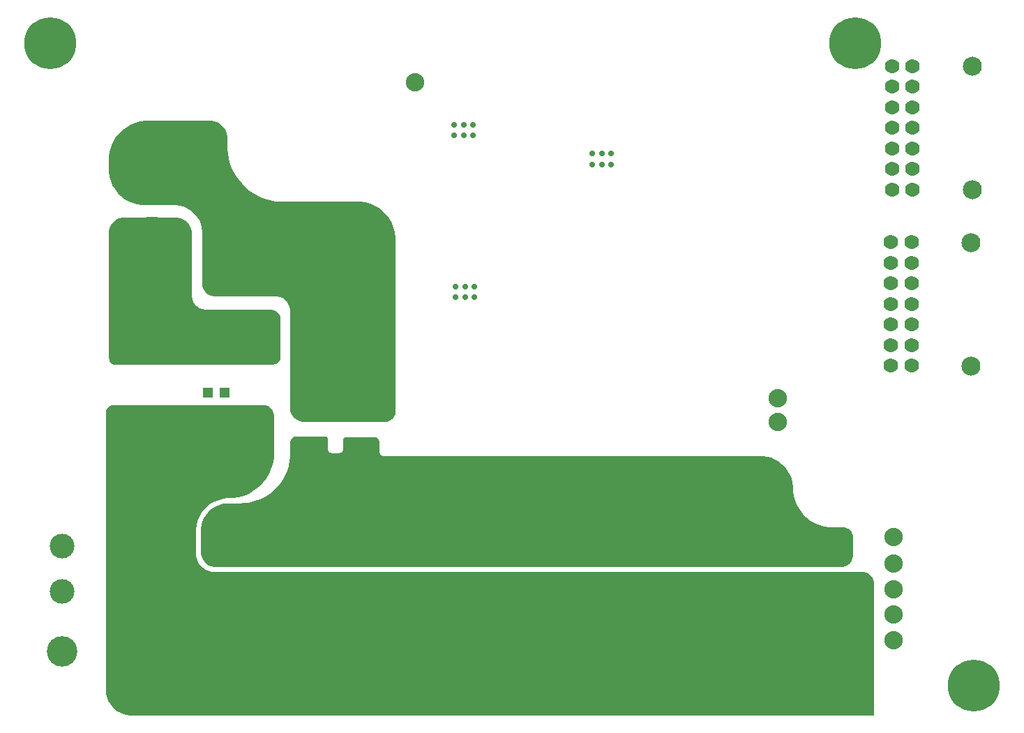
<source format=gbs>
G04*
G04 #@! TF.GenerationSoftware,Altium Limited,Altium Designer,19.1.7 (138)*
G04*
G04 Layer_Color=16711935*
%FSLAX25Y25*%
%MOIN*%
G70*
G01*
G75*
%ADD83C,0.38202*%
%ADD84C,0.14580*%
%ADD85C,0.11824*%
%ADD86C,0.08800*%
%ADD87C,0.06942*%
%ADD88C,0.09068*%
%ADD89C,0.24816*%
%ADD123R,0.04737X0.04737*%
%ADD124C,0.02800*%
G36*
X138688Y340712D02*
X140053Y340146D01*
X141281Y339326D01*
X142326Y338281D01*
X143146Y337053D01*
X143712Y335688D01*
X144000Y334239D01*
X144000Y333500D01*
X144000Y333500D01*
Y304000D01*
X144034Y303314D01*
X144301Y301968D01*
X144826Y300700D01*
X145589Y299559D01*
X146559Y298589D01*
X147700Y297827D01*
X148968Y297301D01*
X150314Y297034D01*
X151000Y297000D01*
X151000D01*
X182000Y297000D01*
X182443Y297000D01*
X183313Y296827D01*
X184132Y296488D01*
X184869Y295995D01*
X185495Y295369D01*
X185988Y294632D01*
X186327Y293813D01*
X186500Y292943D01*
X186500Y292500D01*
X186500Y292500D01*
X186500Y274403D01*
X186500Y274040D01*
X186358Y273329D01*
X186081Y272659D01*
X185678Y272056D01*
X185165Y271543D01*
X184562Y271140D01*
X183892Y270862D01*
X183180Y270720D01*
X182817Y270721D01*
X107780D01*
X107457Y270721D01*
X106823Y270847D01*
X106226Y271094D01*
X105689Y271453D01*
X105232Y271909D01*
X104873Y272447D01*
X104626Y273043D01*
X104500Y273677D01*
X104500Y274000D01*
X104500Y274000D01*
Y334000D01*
X104500Y334689D01*
X104769Y336042D01*
X105297Y337316D01*
X106063Y338462D01*
X107038Y339437D01*
X108184Y340203D01*
X109458Y340731D01*
X110810Y341000D01*
X111500Y341000D01*
X111500Y341000D01*
X136500Y341000D01*
X137239Y341000D01*
X138688Y340712D01*
D02*
G37*
G36*
X178000Y251500D02*
X178523Y251500D01*
X179550Y251296D01*
X180516Y250895D01*
X181386Y250314D01*
X182126Y249574D01*
X182708Y248704D01*
X183108Y247737D01*
X183312Y246711D01*
X183312Y246187D01*
X183312D01*
X183313Y228203D01*
X183313Y226815D01*
X182950Y224063D01*
X182232Y221382D01*
X181170Y218818D01*
X179782Y216414D01*
X178092Y214212D01*
X176129Y212249D01*
X173927Y210559D01*
X171524Y209171D01*
X168959Y208109D01*
X166278Y207391D01*
X163526Y207029D01*
X162138Y207029D01*
X162138Y207029D01*
X162138Y207029D01*
X161083Y206994D01*
X158990Y206718D01*
X156951Y206172D01*
X155000Y205364D01*
X153172Y204309D01*
X151497Y203024D01*
X150005Y201531D01*
X148720Y199856D01*
X147664Y198028D01*
X146856Y196078D01*
X146310Y194039D01*
X146035Y191946D01*
X146000Y190890D01*
X146000D01*
Y190890D01*
X146000Y190890D01*
Y180600D01*
X146044Y179711D01*
X146391Y177967D01*
X147071Y176324D01*
X148059Y174845D01*
X149317Y173588D01*
X150795Y172600D01*
X152438Y171919D01*
X154183Y171572D01*
X155072Y171529D01*
X464971Y171528D01*
X465467Y171529D01*
X466438Y171335D01*
X467353Y170956D01*
X468177Y170406D01*
X468877Y169705D01*
X469428Y168882D01*
X469807Y167967D01*
X470000Y166995D01*
X470000Y166500D01*
X470000Y166500D01*
X470000Y166500D01*
Y103029D01*
X115471Y103029D01*
X114654Y103029D01*
X113033Y103242D01*
X111454Y103665D01*
X109944Y104291D01*
X108528Y105108D01*
X107231Y106103D01*
X106075Y107259D01*
X105079Y108556D01*
X104262Y109972D01*
X103637Y111483D01*
X103213Y113062D01*
X103000Y114683D01*
X103000Y115500D01*
X103000Y115500D01*
Y247500D01*
Y247894D01*
X103154Y248667D01*
X103455Y249395D01*
X103893Y250050D01*
X104450Y250607D01*
X105105Y251045D01*
X105833Y251346D01*
X106606Y251500D01*
X107000Y251500D01*
X107000Y251500D01*
X178000Y251500D01*
D02*
G37*
G36*
X155150Y386933D02*
X156653Y386310D01*
X158006Y385406D01*
X159156Y384256D01*
X160060Y382903D01*
X160683Y381400D01*
X161000Y379804D01*
X161000Y378991D01*
X161000Y378991D01*
X161000Y375500D01*
X161032Y374177D01*
X161292Y371543D01*
X161808Y368947D01*
X162576Y366415D01*
X163589Y363969D01*
X164837Y361635D01*
X166307Y359435D01*
X167986Y357389D01*
X169858Y355518D01*
X171903Y353839D01*
X174104Y352368D01*
X176438Y351121D01*
X178883Y350108D01*
X181416Y349340D01*
X184011Y348823D01*
X186645Y348564D01*
X187969Y348532D01*
X187969D01*
X223468Y348532D01*
X224650Y348532D01*
X226994Y348223D01*
X229277Y347611D01*
X231461Y346707D01*
X233508Y345525D01*
X235383Y344086D01*
X237055Y342415D01*
X238494Y340539D01*
X239675Y338492D01*
X240580Y336309D01*
X241192Y334025D01*
X241500Y331682D01*
X241500Y330500D01*
X241500Y330500D01*
X241500Y248512D01*
X241500Y248018D01*
X241307Y247050D01*
X240930Y246138D01*
X240381Y245317D01*
X239683Y244619D01*
X238862Y244070D01*
X237950Y243692D01*
X236982Y243500D01*
X236488Y243500D01*
X197687D01*
X197029Y243500D01*
X195737Y243757D01*
X194520Y244261D01*
X193424Y244993D01*
X192493Y245924D01*
X191761Y247020D01*
X191257Y248237D01*
X191000Y249529D01*
X191000Y250187D01*
Y250187D01*
X191000Y296500D01*
X190967Y297180D01*
X190701Y298515D01*
X190181Y299772D01*
X189425Y300904D01*
X188463Y301866D01*
X187331Y302622D01*
X186074Y303142D01*
X184739Y303408D01*
X184059Y303441D01*
X184059Y303441D01*
X155234Y303441D01*
X154620Y303441D01*
X153416Y303680D01*
X152281Y304150D01*
X151260Y304833D01*
X150392Y305701D01*
X149709Y306722D01*
X149240Y307857D01*
X149000Y309061D01*
X149000Y309675D01*
Y309675D01*
X149000Y333683D01*
X148971Y334554D01*
X148744Y336281D01*
X148293Y337963D01*
X147627Y339573D01*
X146756Y341081D01*
X145695Y342463D01*
X144464Y343695D01*
X143082Y344755D01*
X141573Y345626D01*
X139964Y346293D01*
X138281Y346744D01*
X136554Y346971D01*
X135683Y347000D01*
X135683Y347000D01*
X121499Y347000D01*
X120385Y347000D01*
X118176Y347291D01*
X116023Y347868D01*
X113964Y348721D01*
X112035Y349835D01*
X110267Y351192D01*
X108691Y352768D01*
X107334Y354536D01*
X106220Y356466D01*
X105368Y358524D01*
X104791Y360677D01*
X104500Y362886D01*
Y364001D01*
X104500D01*
X104500Y368750D01*
X104500Y369963D01*
X104816Y372367D01*
X105444Y374709D01*
X106372Y376950D01*
X107585Y379050D01*
X109061Y380974D01*
X110776Y382689D01*
X112700Y384165D01*
X114800Y385378D01*
X117041Y386306D01*
X119383Y386933D01*
X121787Y387250D01*
X123000D01*
X123000Y387250D01*
X152741Y387250D01*
X153554Y387250D01*
X155150Y386933D01*
D02*
G37*
G36*
X208622Y236240D02*
X208867Y235994D01*
X209000Y235673D01*
X209000Y235500D01*
X209000Y235500D01*
Y230500D01*
X209038Y230110D01*
X209337Y229389D01*
X209889Y228837D01*
X210610Y228538D01*
X211000Y228500D01*
X211000Y228500D01*
X214500Y228500D01*
X214890Y228538D01*
X215611Y228837D01*
X216163Y229389D01*
X216461Y230110D01*
X216500Y230500D01*
X216500Y230500D01*
Y235000D01*
Y235199D01*
X216652Y235566D01*
X216933Y235847D01*
X217301Y236000D01*
X217500Y236000D01*
X217500Y236000D01*
X231500Y236000D01*
X231975Y236000D01*
X232854Y235636D01*
X233526Y234964D01*
X233890Y234085D01*
X233890Y233610D01*
X233890Y233610D01*
Y229110D01*
X233930Y228698D01*
X234245Y227938D01*
X234827Y227356D01*
X235588Y227041D01*
X236000Y227000D01*
X236000D01*
X416000Y227000D01*
X417016Y227000D01*
X419030Y226735D01*
X420993Y226209D01*
X422870Y225431D01*
X424630Y224415D01*
X426242Y223179D01*
X427678Y221742D01*
X428915Y220130D01*
X429931Y218370D01*
X430709Y216493D01*
X431235Y214530D01*
X431500Y212516D01*
X431500Y211500D01*
X431500Y211500D01*
X431540Y210290D01*
X431855Y207891D01*
X432482Y205553D01*
X433408Y203318D01*
X434618Y201222D01*
X436091Y199302D01*
X437802Y197591D01*
X439722Y196118D01*
X441818Y194908D01*
X444053Y193982D01*
X446391Y193356D01*
X448790Y193040D01*
X450000Y193000D01*
X450000D01*
X455500Y193000D01*
X455943D01*
X456813Y192827D01*
X457631Y192488D01*
X458369Y191995D01*
X458995Y191369D01*
X459488Y190631D01*
X459827Y189813D01*
X460000Y188943D01*
X460000Y188500D01*
X460000Y188500D01*
X460000Y179500D01*
Y178958D01*
X459789Y177896D01*
X459374Y176895D01*
X458772Y175994D01*
X458006Y175228D01*
X457105Y174626D01*
X456104Y174211D01*
X455042Y174000D01*
X155500D01*
X154811Y174000D01*
X153458Y174269D01*
X152184Y174797D01*
X151038Y175563D01*
X150063Y176538D01*
X149297Y177684D01*
X148769Y178958D01*
X148500Y180310D01*
X148500Y181000D01*
Y181000D01*
X148500Y191439D01*
Y192295D01*
X148723Y193993D01*
X149167Y195647D01*
X149822Y197228D01*
X150678Y198711D01*
X151720Y200069D01*
X152931Y201280D01*
X154289Y202322D01*
X155772Y203178D01*
X157353Y203833D01*
X159007Y204276D01*
X160705Y204500D01*
X161561D01*
X161561Y204500D01*
X167500Y204500D01*
X168653Y204528D01*
X170948Y204754D01*
X173210Y205204D01*
X175417Y205874D01*
X177548Y206756D01*
X179581Y207843D01*
X181499Y209125D01*
X183282Y210588D01*
X184912Y212218D01*
X186375Y214001D01*
X187657Y215919D01*
X188744Y217952D01*
X189626Y220083D01*
X190296Y222290D01*
X190746Y224552D01*
X190972Y226847D01*
X191000Y228000D01*
X191000Y228000D01*
Y233361D01*
Y233657D01*
X191116Y234239D01*
X191343Y234787D01*
X191672Y235281D01*
X192092Y235700D01*
X192585Y236030D01*
X193133Y236257D01*
X193715Y236373D01*
X194012Y236373D01*
X194012Y236373D01*
X208127Y236373D01*
X208301D01*
X208622Y236240D01*
D02*
G37*
D83*
X125000Y322250D02*
D03*
Y366250D02*
D03*
D84*
X82250Y133750D02*
D03*
X198000Y133858D02*
D03*
X155000D02*
D03*
X284000D02*
D03*
X241000D02*
D03*
X369500D02*
D03*
X327000D02*
D03*
X453500D02*
D03*
X411500D02*
D03*
D85*
X82250Y184144D02*
D03*
Y162490D02*
D03*
X198000Y162598D02*
D03*
Y184252D02*
D03*
X155000Y162598D02*
D03*
Y184252D02*
D03*
X284000Y162598D02*
D03*
Y184252D02*
D03*
X241000Y162598D02*
D03*
Y184252D02*
D03*
X369500Y162598D02*
D03*
Y184252D02*
D03*
X327000Y162598D02*
D03*
Y184252D02*
D03*
X453500Y162598D02*
D03*
Y184252D02*
D03*
X411500Y162598D02*
D03*
Y184252D02*
D03*
D86*
X424250Y243378D02*
D03*
Y254750D02*
D03*
X479500Y175611D02*
D03*
X250850Y405750D02*
D03*
X118500Y153500D02*
D03*
X479500Y139000D02*
D03*
X118500Y142000D02*
D03*
X479500Y188500D02*
D03*
Y163500D02*
D03*
Y151500D02*
D03*
D87*
X478213Y329252D02*
D03*
Y319409D02*
D03*
Y309567D02*
D03*
Y299724D02*
D03*
Y289882D02*
D03*
Y280039D02*
D03*
Y270197D02*
D03*
X488055Y329252D02*
D03*
Y319409D02*
D03*
Y309567D02*
D03*
Y299724D02*
D03*
Y289882D02*
D03*
Y280039D02*
D03*
Y270197D02*
D03*
X478657Y413519D02*
D03*
Y403677D02*
D03*
Y393834D02*
D03*
Y383992D02*
D03*
Y374149D02*
D03*
Y364307D02*
D03*
Y354464D02*
D03*
X488500Y413519D02*
D03*
Y403677D02*
D03*
Y393834D02*
D03*
Y383992D02*
D03*
Y374149D02*
D03*
Y364307D02*
D03*
Y354464D02*
D03*
D88*
X516500Y270000D02*
D03*
Y328957D02*
D03*
X516945Y354268D02*
D03*
Y413224D02*
D03*
D89*
X461000Y424250D02*
D03*
X76500D02*
D03*
X517750Y117500D02*
D03*
X117500D02*
D03*
D123*
X159856Y257500D02*
D03*
X151856D02*
D03*
D124*
X274894Y302941D02*
D03*
X270170D02*
D03*
X274894Y308059D02*
D03*
X279225D02*
D03*
X279225Y302941D02*
D03*
X270170Y308059D02*
D03*
X269338Y385309D02*
D03*
X278393Y380191D02*
D03*
X278393Y385309D02*
D03*
X274063D02*
D03*
X269338Y380191D02*
D03*
X274063D02*
D03*
X340000Y366441D02*
D03*
X335276D02*
D03*
X340000Y371559D02*
D03*
X344331D02*
D03*
X344331Y366441D02*
D03*
X335276Y371559D02*
D03*
M02*

</source>
